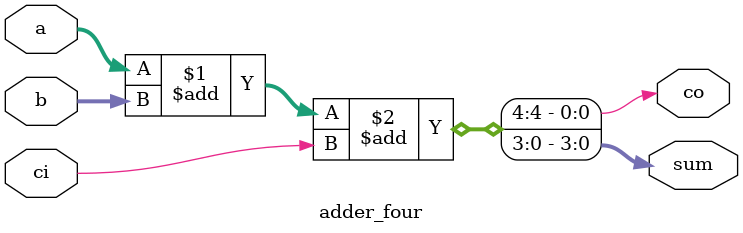
<source format=v>
module adder_four (sum, co, a, b, ci);
input [3:0] a, b;
input ci;
output [3:0] sum;
output co;

assign {co, sum} = (a + b + ci);

endmodule // adder_four

</source>
